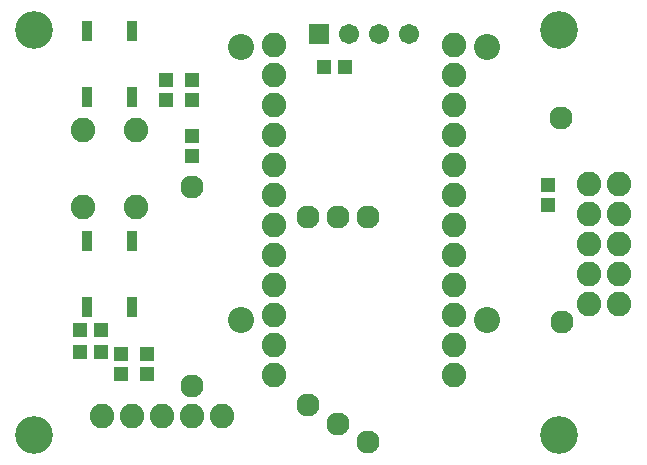
<source format=gbr>
G04 EAGLE Gerber RS-274X export*
G75*
%MOMM*%
%FSLAX34Y34*%
%LPD*%
%INSoldermask Top*%
%IPPOS*%
%AMOC8*
5,1,8,0,0,1.08239X$1,22.5*%
G01*
%ADD10C,3.200400*%
%ADD11C,2.082800*%
%ADD12R,1.711200X1.711200*%
%ADD13C,1.711200*%
%ADD14C,2.203200*%
%ADD15R,0.965200X1.727200*%
%ADD16R,1.283200X1.253200*%
%ADD17R,1.253200X1.283200*%
%ADD18R,1.303200X1.203200*%
%ADD19C,1.955800*%


D10*
X25400Y355600D03*
X25400Y12700D03*
X469900Y12700D03*
X469900Y355600D03*
D11*
X381000Y342900D03*
X381000Y317500D03*
X381000Y292100D03*
X381000Y266700D03*
X381000Y241300D03*
X381000Y215900D03*
X381000Y190500D03*
X381000Y165100D03*
X381000Y139700D03*
X381000Y114300D03*
X381000Y88900D03*
X381000Y63500D03*
X228600Y63500D03*
X228600Y88900D03*
X228600Y114300D03*
X228600Y139700D03*
X228600Y165100D03*
X228600Y190500D03*
X228600Y215900D03*
X228600Y241300D03*
X228600Y266700D03*
X228600Y292100D03*
X228600Y317500D03*
X228600Y342900D03*
D12*
X266700Y352425D03*
D13*
X292100Y352425D03*
X317500Y352425D03*
X342900Y352425D03*
D14*
X200660Y340995D03*
X408940Y340995D03*
X408940Y109855D03*
X200660Y109855D03*
D11*
X66294Y205613D03*
X66294Y270637D03*
X111506Y205613D03*
X111506Y270637D03*
D15*
X69850Y299085D03*
X69850Y354965D03*
X107950Y299085D03*
X107950Y354965D03*
D11*
X520700Y123825D03*
X495300Y123825D03*
X520700Y149225D03*
X495300Y149225D03*
X520700Y174625D03*
X495300Y174625D03*
X520700Y200025D03*
X495300Y200025D03*
X520700Y225425D03*
X495300Y225425D03*
X82550Y28575D03*
X107950Y28575D03*
X133350Y28575D03*
X158750Y28575D03*
X184150Y28575D03*
D15*
X69850Y121285D03*
X69850Y177165D03*
X107950Y121285D03*
X107950Y177165D03*
D16*
X158750Y296050D03*
X158750Y313550D03*
D17*
X81775Y82550D03*
X64275Y82550D03*
D16*
X460375Y207150D03*
X460375Y224650D03*
D17*
X288150Y323850D03*
X270650Y323850D03*
D18*
X158750Y265675D03*
X158750Y248675D03*
X98425Y64525D03*
X98425Y81525D03*
X120650Y64525D03*
X120650Y81525D03*
D17*
X81775Y101600D03*
X64275Y101600D03*
D16*
X136525Y296050D03*
X136525Y313550D03*
D19*
X307975Y196850D03*
X307975Y6350D03*
X282575Y196850D03*
X282575Y22225D03*
X257175Y196850D03*
X257175Y38100D03*
X471932Y108354D03*
X471488Y280988D03*
X158750Y53975D03*
X158750Y222250D03*
M02*

</source>
